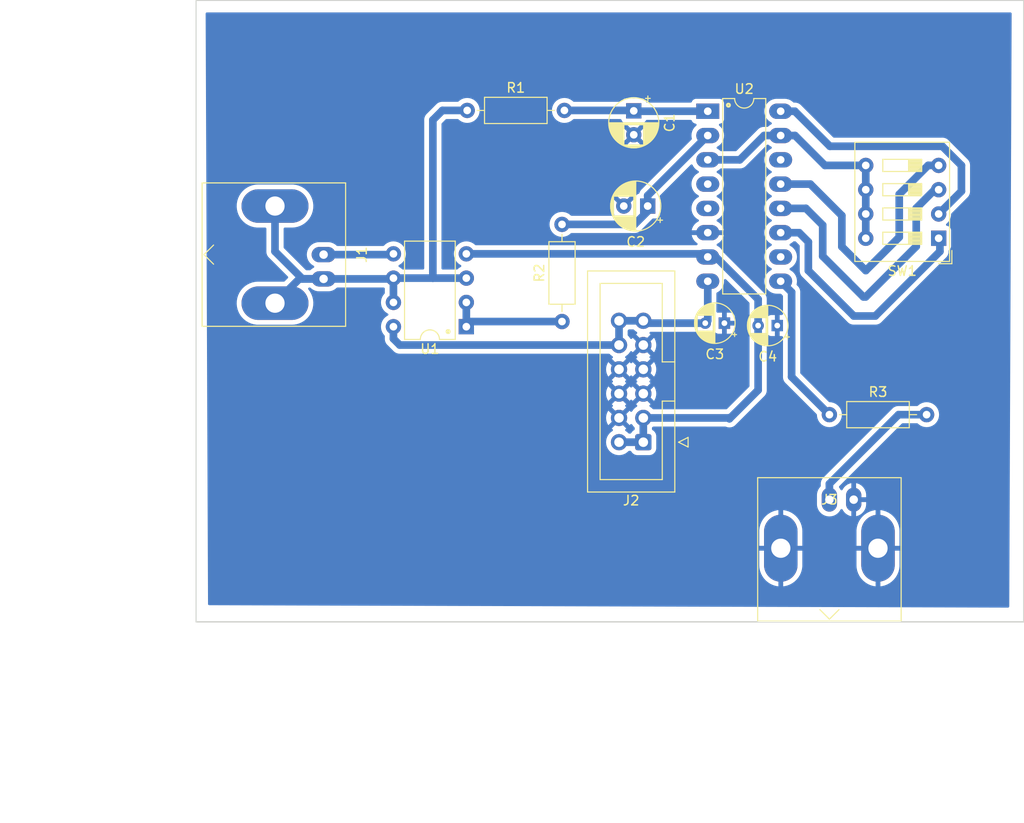
<source format=kicad_pcb>
(kicad_pcb (version 20221018) (generator pcbnew)
  (layers (0 "F.Cu" jumper) (31 "B.Cu" signal) (34 "B.Paste" user) (35 "F.Paste" user) (36 "B.SilkS" user "B.Silkscreen") (37 "F.SilkS" user "F.Silkscreen") (38 "B.Mask" user) (39 "F.Mask" user) (44 "Edge.Cuts" user))
  (net 0 "")
  (net 1 "Net-(U2--)")
  (net 2 "Earth")
  (net 3 "Net-(U2-+)")
  (net 4 "VCC")
  (net 5 "VDD")
  (net 6 "Net-(J1-In)")
  (net 7 "Net-(J1-Ext)")
  (net 8 "Net-(J3-In)")
  (net 9 "Net-(U1A--)")
  (net 10 "Net-(R3-Pad1)")
  (net 13 "Net-(U2-RG)")
  (net 14 "Net-(U2-G=500)")
  (net 15 "Net-(U2-G=100)")
  (net 16 "Net-(U2-G=10)")
  (net 17 "Net-(U2-G=200)")
  (footprint "Resistor_THT:R_Axial_DIN0207_L6.3mm_D2.5mm_P10.16mm_Horizontal" (layer "F.Cu") (at 101.84 52)
    (fp_text reference "R1" (at 5.08 -2.37) (layer "F.SilkS"))
    (fp_text value "R")
    (pad "1" thru_hole circle (at 0 0) (size 1.6 1.6) (drill 0.8) (layers "*.Cu" "*.Mask") (net 7 "Net-(J1-Ext)"))
    (pad "2" thru_hole oval (at 10.16 0) (size 1.6 1.6) (drill 0.8) (layers "*.Cu" "*.Mask") (net 1 "Net-(U2--)"))
  )
  (footprint "Connector_Coaxial:BNC_Amphenol_B6252HB-NPP3G-50_Horizontal" (layer "F.Cu") (at 139.7 92.71 180)
    (fp_text reference "J3" (at 0 0) (layer "F.SilkS"))
    (fp_text value "Conn_Coaxial")
    (pad "1" thru_hole oval (at 0 0 180) (size 1.6 2.5) (drill 0.89) (layers "*.Cu" "*.Mask") (net 8 "Net-(J3-In)"))
    (pad "2" thru_hole oval (at -5.08 -5.08 180) (size 3.5 7) (drill 2.01) (layers "*.Cu" "*.Mask") (net 2 "Earth"))
    (pad "2" thru_hole oval (at -2.54 0 180) (size 1.6 2.5) (drill 0.89) (layers "*.Cu" "*.Mask") (net 2 "Earth"))
    (pad "2" thru_hole oval (at 5.08 -5.08 180) (size 3.5 7) (drill 2.01) (layers "*.Cu" "*.Mask") (net 2 "Earth"))
  )
  (footprint "Connector_IDC:IDC-Header_2x06_P2.54mm_Vertical" (layer "F.Cu") (at 120.25 86.7 180)
    (fp_text reference "J2" (at 1.27 -6.1) (layer "F.SilkS"))
    (fp_text value "Conn_02x06_Counter_Clockwise" hide)
    (pad "1" thru_hole roundrect (at 0 0 180) (size 1.7 1.7) (drill 1) (layers "*.Cu" "*.Mask") (roundrect_rratio 0.1470588235) (net 5 "VDD"))
    (pad "2" thru_hole circle (at 2.54 0 180) (size 1.7 1.7) (drill 1) (layers "*.Cu" "*.Mask") (net 5 "VDD"))
    (pad "3" thru_hole circle (at 0 2.54 180) (size 1.7 1.7) (drill 1) (layers "*.Cu" "*.Mask") (net 5 "VDD"))
    (pad "4" thru_hole circle (at 2.54 2.54 180) (size 1.7 1.7) (drill 1) (layers "*.Cu" "*.Mask") (net 2 "Earth"))
    (pad "5" thru_hole circle (at 0 5.08 180) (size 1.7 1.7) (drill 1) (layers "*.Cu" "*.Mask") (net 2 "Earth"))
    (pad "6" thru_hole circle (at 2.54 5.08 180) (size 1.7 1.7) (drill 1) (layers "*.Cu" "*.Mask") (net 2 "Earth"))
    (pad "7" thru_hole circle (at 0 7.62 180) (size 1.7 1.7) (drill 1) (layers "*.Cu" "*.Mask") (net 2 "Earth"))
    (pad "8" thru_hole circle (at 2.54 7.62 180) (size 1.7 1.7) (drill 1) (layers "*.Cu" "*.Mask") (net 2 "Earth"))
    (pad "9" thru_hole circle (at 0 10.16 180) (size 1.7 1.7) (drill 1) (layers "*.Cu" "*.Mask") (net 2 "Earth"))
    (pad "10" thru_hole circle (at 2.54 10.16 180) (size 1.7 1.7) (drill 1) (layers "*.Cu" "*.Mask") (net 4 "VCC"))
    (pad "11" thru_hole circle (at 0 12.7 180) (size 1.7 1.7) (drill 1) (layers "*.Cu" "*.Mask") (net 4 "VCC"))
    (pad "12" thru_hole circle (at 2.54 12.7 180) (size 1.7 1.7) (drill 1) (layers "*.Cu" "*.Mask") (net 4 "VCC"))
  )
  (footprint "Capacitor_THT:CP_Radial_D4.0mm_P2.00mm" (layer "F.Cu") (at 128.7226 74.25 180)
    (fp_text reference "C3" (at 1 -3.25) (layer "F.SilkS"))
    (fp_text value "C")
    (pad "1" thru_hole rect (at 0 0 180) (size 1.2 1.2) (drill 0.6) (layers "*.Cu" "*.Mask") (net 2 "Earth"))
    (pad "2" thru_hole circle (at 2 0 180) (size 1.2 1.2) (drill 0.6) (layers "*.Cu" "*.Mask") (net 4 "VCC"))
  )
  (footprint "Capacitor_THT:CP_Radial_D5.0mm_P2.50mm" (layer "F.Cu") (at 119.25 52.0449 -90)
    (fp_text reference "C1" (at 1.25 -3.75 90) (layer "F.SilkS"))
    (fp_text value "C")
    (pad "1" thru_hole rect (at 0 0 270) (size 1.6 1.6) (drill 0.8) (layers "*.Cu" "*.Mask") (net 1 "Net-(U2--)"))
    (pad "2" thru_hole circle (at 2.5 0 270) (size 1.6 1.6) (drill 0.8) (layers "*.Cu" "*.Mask") (net 2 "Earth"))
  )
  (footprint "Resistor_THT:R_Axial_DIN0207_L6.3mm_D2.5mm_P10.16mm_Horizontal" (layer "F.Cu") (at 139.7 83.82)
    (fp_text reference "R3" (at 5.08 -2.37) (layer "F.SilkS"))
    (fp_text value "R")
    (pad "1" thru_hole circle (at 0 0) (size 1.6 1.6) (drill 0.8) (layers "*.Cu" "*.Mask") (net 10 "Net-(R3-Pad1)"))
    (pad "2" thru_hole oval (at 10.16 0) (size 1.6 1.6) (drill 0.8) (layers "*.Cu" "*.Mask") (net 8 "Net-(J3-In)"))
  )
  (footprint "Connector_Coaxial:BNC_Amphenol_B6252HB-NPP3G-50_Horizontal" (layer "F.Cu") (at 86.83 67.08 90)
    (fp_text reference "J1" (at 0 4 90) (layer "F.SilkS"))
    (fp_text value "Conn_Coaxial")
    (pad "1" thru_hole oval (at 0 0 90) (size 1.6 2.5) (drill 0.89) (layers "*.Cu" "*.Mask") (net 6 "Net-(J1-In)"))
    (pad "2" thru_hole oval (at -5.08 -5.08 90) (size 3.5 7) (drill 2.01) (layers "*.Cu" "*.Mask") (net 7 "Net-(J1-Ext)"))
    (pad "2" thru_hole oval (at -2.54 0 90) (size 1.6 2.5) (drill 0.89) (layers "*.Cu" "*.Mask") (net 7 "Net-(J1-Ext)"))
    (pad "2" thru_hole oval (at 5.08 -5.08 90) (size 3.5 7) (drill 2.01) (layers "*.Cu" "*.Mask") (net 7 "Net-(J1-Ext)"))
  )
  (footprint "Capacitor_THT:CP_Radial_D4.0mm_P2.00mm" (layer "F.Cu") (at 134.25 74.5 180)
    (fp_text reference "C4" (at 1 -3.25) (layer "F.SilkS"))
    (fp_text value "C")
    (pad "1" thru_hole rect (at 0 0 180) (size 1.2 1.2) (drill 0.6) (layers "*.Cu" "*.Mask") (net 2 "Earth"))
    (pad "2" thru_hole circle (at 2 0 180) (size 1.2 1.2) (drill 0.6) (layers "*.Cu" "*.Mask") (net 5 "VDD"))
  )
  (footprint "Package_DIP_AKL:DIP-16_W7.62mm_LongPads" (layer "F.Cu") (at 126.985 52.085)
    (fp_text reference "U2" (at 3.81 -2.33) (layer "F.SilkS"))
    (fp_text value "INA110KP" hide)
    (pad "1" thru_hole rect (at 0 0) (size 2.4 1.6) (drill 0.8) (layers "*.Cu" "*.Mask") (net 1 "Net-(U2--)"))
    (pad "2" thru_hole oval (at 0 2.54) (size 2.4 1.6) (drill 0.8) (layers "*.Cu" "*.Mask") (net 3 "Net-(U2-+)"))
    (pad "3" thru_hole oval (at 0 5.08) (size 2.4 1.6) (drill 0.8) (layers "*.Cu" "*.Mask") (net 13 "Net-(U2-RG)"))
    (pad "4" thru_hole oval (at 0 7.62) (size 2.4 1.6) (drill 0.8) (layers "*.Cu" "*.Mask"))
    (pad "5" thru_hole oval (at 0 10.16) (size 2.4 1.6) (drill 0.8) (layers "*.Cu" "*.Mask"))
    (pad "6" thru_hole oval (at 0 12.7) (size 2.4 1.6) (drill 0.8) (layers "*.Cu" "*.Mask") (net 2 "Earth"))
    (pad "7" thru_hole oval (at 0 15.24) (size 2.4 1.6) (drill 0.8) (layers "*.Cu" "*.Mask") (net 5 "VDD"))
    (pad "8" thru_hole oval (at 0 17.78) (size 2.4 1.6) (drill 0.8) (layers "*.Cu" "*.Mask") (net 4 "VCC"))
    (pad "9" thru_hole oval (at 7.62 17.78) (size 2.4 1.6) (drill 0.8) (layers "*.Cu" "*.Mask") (net 10 "Net-(R3-Pad1)"))
    (pad "10" thru_hole oval (at 7.62 15.24) (size 2.4 1.6) (drill 0.8) (layers "*.Cu" "*.Mask"))
    (pad "11" thru_hole oval (at 7.62 12.7) (size 2.4 1.6) (drill 0.8) (layers "*.Cu" "*.Mask") (net 14 "Net-(U2-G=500)"))
    (pad "12" thru_hole oval (at 7.62 10.16) (size 2.4 1.6) (drill 0.8) (layers "*.Cu" "*.Mask") (net 15 "Net-(U2-G=100)"))
    (pad "13" thru_hole oval (at 7.62 7.62) (size 2.4 1.6) (drill 0.8) (layers "*.Cu" "*.Mask") (net 16 "Net-(U2-G=10)"))
    (pad "14" thru_hole oval (at 7.62 5.08) (size 2.4 1.6) (drill 0.8) (layers "*.Cu" "*.Mask"))
    (pad "15" thru_hole oval (at 7.62 2.54) (size 2.4 1.6) (drill 0.8) (layers "*.Cu" "*.Mask") (net 13 "Net-(U2-RG)"))
    (pad "16" thru_hole oval (at 7.62 0) (size 2.4 1.6) (drill 0.8) (layers "*.Cu" "*.Mask") (net 17 "Net-(U2-G=200)"))
  )
  (footprint "Capacitor_THT:CP_Radial_D5.0mm_P2.50mm" (layer "F.Cu") (at 120.705113 62 180)
    (fp_text reference "C2" (at 1.25 -3.75) (layer "F.SilkS"))
    (fp_text value "C")
    (pad "1" thru_hole rect (at 0 0 180) (size 1.6 1.6) (drill 0.8) (layers "*.Cu" "*.Mask") (net 3 "Net-(U2-+)"))
    (pad "2" thru_hole circle (at 2.5 0 180) (size 1.6 1.6) (drill 0.8) (layers "*.Cu" "*.Mask") (net 2 "Earth"))
  )
  (footprint "Package_DIP_AKL:DIP-8_W7.62mm" (layer "F.Cu") (at 101.75 74.62 180)
    (fp_text reference "U1" (at 3.81 -2.33) (layer "F.SilkS"))
    (fp_text value "TL072" hide)
    (pad "1" thru_hole rect (at 0 0 180) (size 1.6 1.6) (drill 0.8) (layers "*.Cu" "*.Mask") (net 9 "Net-(U1A--)"))
    (pad "2" thru_hole oval (at 0 2.54 180) (size 1.6 1.6) (drill 0.8) (layers "*.Cu" "*.Mask") (net 9 "Net-(U1A--)"))
    (pad "3" thru_hole oval (at 0 5.08 180) (size 1.6 1.6) (drill 0.8) (layers "*.Cu" "*.Mask") (net 7 "Net-(J1-Ext)"))
    (pad "4" thru_hole oval (at 0 7.62 180) (size 1.6 1.6) (drill 0.8) (layers "*.Cu" "*.Mask") (net 5 "VDD"))
    (pad "5" thru_hole oval (at 7.62 7.62 180) (size 1.6 1.6) (drill 0.8) (layers "*.Cu" "*.Mask") (net 6 "Net-(J1-In)"))
    (pad "6" thru_hole oval (at 7.62 5.08 180) (size 1.6 1.6) (drill 0.8) (layers "*.Cu" "*.Mask") (net 7 "Net-(J1-Ext)"))
    (pad "7" thru_hole oval (at 7.62 2.54 180) (size 1.6 1.6) (drill 0.8) (layers "*.Cu" "*.Mask") (net 7 "Net-(J1-Ext)"))
    (pad "8" thru_hole oval (at 7.62 0 180) (size 1.6 1.6) (drill 0.8) (layers "*.Cu" "*.Mask") (net 4 "VCC"))
  )
  (footprint "Button_Switch_THT:SW_DIP_SPSTx04_Slide_9.78x12.34mm_W7.62mm_P2.54mm" (layer "F.Cu") (at 151.12 65.37 180)
    (fp_text reference "SW1" (at 3.81 -3.42) (layer "F.SilkS"))
    (fp_text value "SW_DIP_x04")
    (pad "1" thru_hole rect (at 0 0 180) (size 1.6 1.6) (drill 0.8) (layers "*.Cu" "*.Mask") (net 14 "Net-(U2-G=500)"))
    (pad "2" thru_hole oval (at 0 2.54 180) (size 1.6 1.6) (drill 0.8) (layers "*.Cu" "*.Mask") (net 17 "Net-(U2-G=200)"))
    (pad "3" thru_hole oval (at 0 5.08 180) (size 1.6 1.6) (drill 0.8) (layers "*.Cu" "*.Mask") (net 15 "Net-(U2-G=100)"))
    (pad "4" thru_hole oval (at 0 7.62 180) (size 1.6 1.6) (drill 0.8) (layers "*.Cu" "*.Mask") (net 16 "Net-(U2-G=10)"))
    (pad "5" thru_hole oval (at 7.62 7.62 180) (size 1.6 1.6) (drill 0.8) (layers "*.Cu" "*.Mask") (net 13 "Net-(U2-RG)"))
    (pad "6" thru_hole oval (at 7.62 5.08 180) (size 1.6 1.6) (drill 0.8) (layers "*.Cu" "*.Mask") (net 13 "Net-(U2-RG)"))
    (pad "7" thru_hole oval (at 7.62 2.54 180) (size 1.6 1.6) (drill 0.8) (layers "*.Cu" "*.Mask") (net 13 "Net-(U2-RG)"))
    (pad "8" thru_hole oval (at 7.62 0 180) (size 1.6 1.6) (drill 0.8) (layers "*.Cu" "*.Mask") (net 13 "Net-(U2-RG)"))
  )
  (footprint "Resistor_THT:R_Axial_DIN0207_L6.3mm_D2.5mm_P10.16mm_Horizontal" (layer "F.Cu") (at 111.75 74.08 90)
    (fp_text reference "R2" (at 5.08 -2.37 90) (layer "F.SilkS"))
    (fp_text value "R")
    (pad "1" thru_hole circle (at 0 0 90) (size 1.6 1.6) (drill 0.8) (layers "*.Cu" "*.Mask") (net 9 "Net-(U1A--)"))
    (pad "2" thru_hole oval (at 10.16 0 90) (size 1.6 1.6) (drill 0.8) (layers "*.Cu" "*.Mask") (net 3 "Net-(U2-+)"))
  )
  (gr_rect (start 73.5 105.4746) (end 160 105.5) (stroke (width 0.1)) (fill none) (layer "Edge.Cuts"))
  (gr_rect (start 73.5 40.5) (end 160 105.5) (stroke (width 0.1)) (fill none) (layer "Edge.Cuts"))
  (segment (start 112 52) (end 119.2051 52) (width 0.8) (layer "B.Cu") (net 1))
  (segment (start 119.2051 52) (end 119.25 52.0449) (width 0.8) (layer "B.Cu") (net 1))
  (segment (start 119.2901 52.085) (end 119.25 52.0449) (width 0.8) (layer "B.Cu") (net 1))
  (segment (start 126.985 52.085) (end 119.2901 52.085) (width 0.8) (layer "B.Cu") (net 1))
  (segment (start 126.985 54.625) (end 120.705113 60.904887) (width 0.8) (layer "B.Cu") (net 3))
  (segment (start 119.33 63.92) (end 120.705113 62.544887) (width 0.8) (layer "B.Cu") (net 3))
  (segment (start 120.705113 62.544887) (end 120.705113 62) (width 0.8) (layer "B.Cu") (net 3))
  (segment (start 111.75 63.92) (end 119.33 63.92) (width 0.8) (layer "B.Cu") (net 3))
  (segment (start 120.705113 60.904887) (end 120.705113 62) (width 0.8) (layer "B.Cu") (net 3))
  (segment (start 117.71 76.54) (end 117.71 74) (width 0.8) (layer "B.Cu") (net 4))
  (segment (start 126.985 69.865) (end 126.985 73.9876) (width 0.8) (layer "B.Cu") (net 4))
  (segment (start 117.71 76.54) (end 94.79 76.54) (width 0.8) (layer "B.Cu") (net 4))
  (segment (start 94.79 76.54) (end 94.13 75.88) (width 0.8) (layer "B.Cu") (net 4))
  (segment (start 120.5 74.25) (end 120.25 74) (width 0.8) (layer "B.Cu") (net 4))
  (segment (start 126.7226 74.25) (end 120.5 74.25) (width 0.8) (layer "B.Cu") (net 4))
  (segment (start 117.71 74) (end 120.25 74) (width 0.8) (layer "B.Cu") (net 4))
  (segment (start 126.985 73.9876) (end 126.7226 74.25) (width 0.8) (layer "B.Cu") (net 4))
  (segment (start 94.13 75.88) (end 94.13 74.62) (width 0.8) (layer "B.Cu") (net 4))
  (segment (start 129.25 84.25) (end 129.16 84.16) (width 0.8) (layer "B.Cu") (net 5))
  (segment (start 132.25 81.25) (end 129.25 84.25) (width 0.8) (layer "B.Cu") (net 5))
  (segment (start 127.825 67.325) (end 132.25 71.75) (width 0.8) (layer "B.Cu") (net 5))
  (segment (start 126.66 67) (end 101.75 67) (width 0.8) (layer "B.Cu") (net 5))
  (segment (start 120.25 84.16) (end 120.25 86.7) (width 0.8) (layer "B.Cu") (net 5))
  (segment (start 129.16 84.16) (end 120.25 84.16) (width 0.8) (layer "B.Cu") (net 5))
  (segment (start 120.25 86.7) (end 117.71 86.7) (width 0.8) (layer "B.Cu") (net 5))
  (segment (start 132.25 74.5) (end 132.25 81.25) (width 0.8) (layer "B.Cu") (net 5))
  (segment (start 126.985 67.325) (end 127.825 67.325) (width 0.8) (layer "B.Cu") (net 5))
  (segment (start 132.25 71.75) (end 132.25 74.5) (width 0.8) (layer "B.Cu") (net 5))
  (segment (start 126.985 67.325) (end 126.66 67) (width 0.8) (layer "B.Cu") (net 5))
  (segment (start 94.05 67.08) (end 94.13 67) (width 0.8) (layer "B.Cu") (net 6))
  (segment (start 86.83 67.08) (end 94.05 67.08) (width 0.8) (layer "B.Cu") (net 6))
  (segment (start 81.75 66.75) (end 81.75 62) (width 0.8) (layer "B.Cu") (net 7))
  (segment (start 99.25 52) (end 98.25 53) (width 0.8) (layer "B.Cu") (net 7))
  (segment (start 101.84 52) (end 99.25 52) (width 0.8) (layer "B.Cu") (net 7))
  (segment (start 94.13 69.54) (end 98.25 69.54) (width 0.8) (layer "B.Cu") (net 7))
  (segment (start 84.62 69.62) (end 81.75 66.75) (width 0.8) (layer "B.Cu") (net 7))
  (segment (start 98.25 69.54) (end 101.75 69.54) (width 0.8) (layer "B.Cu") (net 7))
  (segment (start 98.25 53) (end 98.25 69.54) (width 0.8) (layer "B.Cu") (net 7))
  (segment (start 94.13 72.08) (end 94.13 69.54) (width 0.8) (layer "B.Cu") (net 7))
  (segment (start 84.29 69.62) (end 86.83 69.62) (width 0.8) (layer "B.Cu") (net 7))
  (segment (start 86.83 69.62) (end 84.62 69.62) (width 0.8) (layer "B.Cu") (net 7))
  (segment (start 94.05 69.62) (end 94.13 69.54) (width 0.8) (layer "B.Cu") (net 7))
  (segment (start 86.83 69.62) (end 94.05 69.62) (width 0.8) (layer "B.Cu") (net 7))
  (segment (start 81.75 72.16) (end 84.29 69.62) (width 0.8) (layer "B.Cu") (net 7))
  (segment (start 146.93 83.82) (end 149.86 83.82) (width 0.8) (layer "B.Cu") (net 8))
  (segment (start 139.7 91.05) (end 146.93 83.82) (width 0.8) (layer "B.Cu") (net 8))
  (segment (start 139.7 92.71) (end 139.7 91.05) (width 0.8) (layer "B.Cu") (net 8))
  (segment (start 101.75 74.08) (end 111.75 74.08) (width 0.8) (layer "B.Cu") (net 9))
  (segment (start 101.75 74.08) (end 101.75 74.62) (width 0.8) (layer "B.Cu") (net 9))
  (segment (start 101.75 72.08) (end 101.75 74.08) (width 0.8) (layer "B.Cu") (net 9))
  (segment (start 135.75 71.01) (end 134.605 69.865) (width 0.8) (layer "B.Cu") (net 10))
  (segment (start 135.75 79.87) (end 135.75 71.01) (width 0.8) (layer "B.Cu") (net 10))
  (segment (start 139.7 83.82) (end 135.75 79.87) (width 0.8) (layer "B.Cu") (net 10))
  (segment (start 134.605 54.625) (end 132.875 54.625) (width 0.8) (layer "B.Cu") (net 13))
  (segment (start 132.875 54.625) (end 130.335 57.165) (width 0.8) (layer "B.Cu") (net 13))
  (segment (start 143.5 65.37) (end 143.5 62.83) (width 0.8) (layer "B.Cu") (net 13))
  (segment (start 143.5 62.83) (end 143.5 60.29) (width 0.8) (layer "B.Cu") (net 13))
  (segment (start 134.605 54.625) (end 136.1069 54.625) (width 0.8) (layer "B.Cu") (net 13))
  (segment (start 130.335 57.165) (end 126.985 57.165) (width 0.8) (layer "B.Cu") (net 13))
  (segment (start 139.2319 57.75) (end 136.1069 54.625) (width 0.8) (layer "B.Cu") (net 13))
  (segment (start 143.5 57.75) (end 139.2319 57.75) (width 0.8) (layer "B.Cu") (net 13))
  (segment (start 143.5 60.29) (end 143.5 57.75) (width 0.8) (layer "B.Cu") (net 13))
  (segment (start 151.12 65.37) (end 151.25 65.5) (width 0.8) (layer "B.Cu") (net 14))
  (segment (start 151.25 65.5) (end 151.25 66.75) (width 0.8) (layer "B.Cu") (net 14))
  (segment (start 144.5 73.5) (end 142.25 73.5) (width 0.8) (layer "B.Cu") (net 14))
  (segment (start 137.5 68.75) (end 137.5 65.75) (width 0.8) (layer "B.Cu") (net 14))
  (segment (start 136.535 64.785) (end 134.605 64.785) (width 0.8) (layer "B.Cu") (net 14))
  (segment (start 151.25 66.75) (end 144.5 73.5) (width 0.8) (layer "B.Cu") (net 14))
  (segment (start 142.25 73.5) (end 137.5 68.75) (width 0.8) (layer "B.Cu") (net 14))
  (segment (start 137.5 65.75) (end 136.535 64.785) (width 0.8) (layer "B.Cu") (net 14))
  (segment (start 137.245 62.245) (end 134.605 62.245) (width 0.8) (layer "B.Cu") (net 15))
  (segment (start 148.7769 66.2231) (end 143.5 71.5) (width 0.8) (layer "B.Cu") (net 15))
  (segment (start 143.5 71.5) (end 143.25 71.5) (width 0.8) (layer "B.Cu") (net 15))
  (segment (start 139 64) (end 137.245 62.245) (width 0.8) (layer "B.Cu") (net 15))
  (segment (start 150.71 60.29) (end 148.7769 62.2231) (width 0.8) (layer "B.Cu") (net 15))
  (segment (start 139 67.25) (end 139 64) (width 0.8) (layer "B.Cu") (net 15))
  (segment (start 143.25 71.5) (end 139 67.25) (width 0.8) (layer "B.Cu") (net 15))
  (segment (start 148.7769 62.2231) (end 148.7769 66.2231) (width 0.8) (layer "B.Cu") (net 15))
  (segment (start 151.12 60.29) (end 150.71 60.29) (width 0.8) (layer "B.Cu") (net 15))
  (segment (start 143.5 68.75) (end 141 66.25) (width 0.8) (layer "B.Cu") (net 16))
  (segment (start 150.0181 57.75) (end 147 60.7681) (width 0.8) (layer "B.Cu") (net 16))
  (segment (start 137.705 59.705) (end 134.605 59.705) (width 0.8) (layer "B.Cu") (net 16))
  (segment (start 147 60.7681) (end 147 65.25) (width 0.8) (layer "B.Cu") (net 16))
  (segment (start 141 66.25) (end 141 63) (width 0.8) (layer "B.Cu") (net 16))
  (segment (start 151.12 57.75) (end 150.0181 57.75) (width 0.8) (layer "B.Cu") (net 16))
  (segment (start 141 63) (end 137.705 59.705) (width 0.8) (layer "B.Cu") (net 16))
  (segment (start 147 65.25) (end 143.5 68.75) (width 0.8) (layer "B.Cu") (net 16))
  (segment (start 134.94 51.75) (end 134.605 52.085) (width 0.8) (layer "B.Cu") (net 17))
  (segment (start 139.75 55.75) (end 136.085 52.085) (width 0.8) (layer "B.Cu") (net 17))
  (segment (start 153.5 57.75) (end 151.5 55.75) (width 0.8) (layer "B.Cu") (net 17))
  (segment (start 136.085 52.085) (end 134.605 52.085) (width 0.8) (layer "B.Cu") (net 17))
  (segment (start 151.12 62.83) (end 153.5 60.45) (width 0.8) (layer "B.Cu") (net 17))
  (segment (start 151.5 55.75) (end 139.75 55.75) (width 0.8) (layer "B.Cu") (net 17))
  (segment (start 153.5 60.45) (end 153.5 57.75) (width 0.8) (layer "B.Cu") (net 17))
  (zone (net 2) (net_name "Earth") (layer "B.Cu") (connect_pads (clearance 0.5)) (min_thickness 0.25) (fill yes (thermal_gap 0.5) (thermal_bridge_width 0.5))
    (polygon (pts (xy 74.5 41.75) (xy 158.75 41.75) (xy 158.5 104) (xy 74.75 103.75)))
  )
)
</source>
